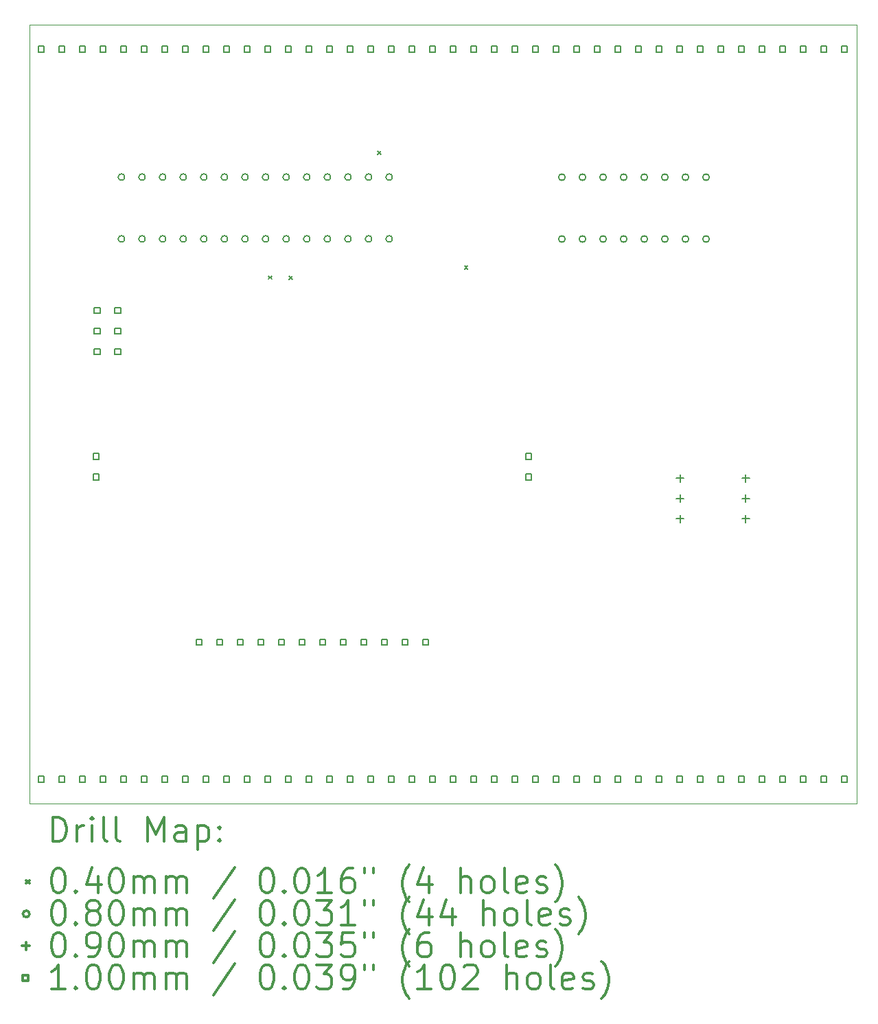
<source format=gbr>
%FSLAX45Y45*%
G04 Gerber Fmt 4.5, Leading zero omitted, Abs format (unit mm)*
G04 Created by KiCad (PCBNEW (5.1.9)-1) date 2022-01-17 22:51:23*
%MOMM*%
%LPD*%
G01*
G04 APERTURE LIST*
%TA.AperFunction,Profile*%
%ADD10C,0.100000*%
%TD*%
%ADD11C,0.200000*%
%ADD12C,0.300000*%
G04 APERTURE END LIST*
D10*
X8500000Y-13900000D02*
X8500000Y-4300000D01*
X18700000Y-13900000D02*
X8500000Y-13900000D01*
X18700000Y-4300000D02*
X18700000Y-13900000D01*
X8500000Y-4300000D02*
X18700000Y-4300000D01*
D11*
X11443750Y-7396250D02*
X11483750Y-7436250D01*
X11483750Y-7396250D02*
X11443750Y-7436250D01*
X11700750Y-7399250D02*
X11740750Y-7439250D01*
X11740750Y-7399250D02*
X11700750Y-7439250D01*
X12790000Y-5860000D02*
X12830000Y-5900000D01*
X12830000Y-5860000D02*
X12790000Y-5900000D01*
X13860000Y-7270000D02*
X13900000Y-7310000D01*
X13900000Y-7270000D02*
X13860000Y-7310000D01*
X9670000Y-6178000D02*
G75*
G03*
X9670000Y-6178000I-40000J0D01*
G01*
X9670000Y-6940000D02*
G75*
G03*
X9670000Y-6940000I-40000J0D01*
G01*
X9924000Y-6178000D02*
G75*
G03*
X9924000Y-6178000I-40000J0D01*
G01*
X9924000Y-6940000D02*
G75*
G03*
X9924000Y-6940000I-40000J0D01*
G01*
X10178000Y-6178000D02*
G75*
G03*
X10178000Y-6178000I-40000J0D01*
G01*
X10178000Y-6940000D02*
G75*
G03*
X10178000Y-6940000I-40000J0D01*
G01*
X10432000Y-6178000D02*
G75*
G03*
X10432000Y-6178000I-40000J0D01*
G01*
X10432000Y-6940000D02*
G75*
G03*
X10432000Y-6940000I-40000J0D01*
G01*
X10686000Y-6178000D02*
G75*
G03*
X10686000Y-6178000I-40000J0D01*
G01*
X10686000Y-6940000D02*
G75*
G03*
X10686000Y-6940000I-40000J0D01*
G01*
X10940000Y-6178000D02*
G75*
G03*
X10940000Y-6178000I-40000J0D01*
G01*
X10940000Y-6940000D02*
G75*
G03*
X10940000Y-6940000I-40000J0D01*
G01*
X11194000Y-6178000D02*
G75*
G03*
X11194000Y-6178000I-40000J0D01*
G01*
X11194000Y-6940000D02*
G75*
G03*
X11194000Y-6940000I-40000J0D01*
G01*
X11448000Y-6178000D02*
G75*
G03*
X11448000Y-6178000I-40000J0D01*
G01*
X11448000Y-6940000D02*
G75*
G03*
X11448000Y-6940000I-40000J0D01*
G01*
X11702000Y-6178000D02*
G75*
G03*
X11702000Y-6178000I-40000J0D01*
G01*
X11702000Y-6940000D02*
G75*
G03*
X11702000Y-6940000I-40000J0D01*
G01*
X11956000Y-6178000D02*
G75*
G03*
X11956000Y-6178000I-40000J0D01*
G01*
X11956000Y-6940000D02*
G75*
G03*
X11956000Y-6940000I-40000J0D01*
G01*
X12210000Y-6178000D02*
G75*
G03*
X12210000Y-6178000I-40000J0D01*
G01*
X12210000Y-6940000D02*
G75*
G03*
X12210000Y-6940000I-40000J0D01*
G01*
X12464000Y-6178000D02*
G75*
G03*
X12464000Y-6178000I-40000J0D01*
G01*
X12464000Y-6940000D02*
G75*
G03*
X12464000Y-6940000I-40000J0D01*
G01*
X12718000Y-6178000D02*
G75*
G03*
X12718000Y-6178000I-40000J0D01*
G01*
X12718000Y-6940000D02*
G75*
G03*
X12718000Y-6940000I-40000J0D01*
G01*
X12972000Y-6178000D02*
G75*
G03*
X12972000Y-6178000I-40000J0D01*
G01*
X12972000Y-6940000D02*
G75*
G03*
X12972000Y-6940000I-40000J0D01*
G01*
X15102000Y-6180000D02*
G75*
G03*
X15102000Y-6180000I-40000J0D01*
G01*
X15102000Y-6942000D02*
G75*
G03*
X15102000Y-6942000I-40000J0D01*
G01*
X15356000Y-6180000D02*
G75*
G03*
X15356000Y-6180000I-40000J0D01*
G01*
X15356000Y-6942000D02*
G75*
G03*
X15356000Y-6942000I-40000J0D01*
G01*
X15610000Y-6180000D02*
G75*
G03*
X15610000Y-6180000I-40000J0D01*
G01*
X15610000Y-6942000D02*
G75*
G03*
X15610000Y-6942000I-40000J0D01*
G01*
X15864000Y-6180000D02*
G75*
G03*
X15864000Y-6180000I-40000J0D01*
G01*
X15864000Y-6942000D02*
G75*
G03*
X15864000Y-6942000I-40000J0D01*
G01*
X16118000Y-6180000D02*
G75*
G03*
X16118000Y-6180000I-40000J0D01*
G01*
X16118000Y-6942000D02*
G75*
G03*
X16118000Y-6942000I-40000J0D01*
G01*
X16372000Y-6180000D02*
G75*
G03*
X16372000Y-6180000I-40000J0D01*
G01*
X16372000Y-6942000D02*
G75*
G03*
X16372000Y-6942000I-40000J0D01*
G01*
X16626000Y-6180000D02*
G75*
G03*
X16626000Y-6180000I-40000J0D01*
G01*
X16626000Y-6942000D02*
G75*
G03*
X16626000Y-6942000I-40000J0D01*
G01*
X16880000Y-6180000D02*
G75*
G03*
X16880000Y-6180000I-40000J0D01*
G01*
X16880000Y-6942000D02*
G75*
G03*
X16880000Y-6942000I-40000J0D01*
G01*
X16520000Y-9845000D02*
X16520000Y-9935000D01*
X16475000Y-9890000D02*
X16565000Y-9890000D01*
X16520000Y-10095000D02*
X16520000Y-10185000D01*
X16475000Y-10140000D02*
X16565000Y-10140000D01*
X16520000Y-10345000D02*
X16520000Y-10435000D01*
X16475000Y-10390000D02*
X16565000Y-10390000D01*
X17330000Y-9845000D02*
X17330000Y-9935000D01*
X17285000Y-9890000D02*
X17375000Y-9890000D01*
X17330000Y-10095000D02*
X17330000Y-10185000D01*
X17285000Y-10140000D02*
X17375000Y-10140000D01*
X17330000Y-10345000D02*
X17330000Y-10435000D01*
X17285000Y-10390000D02*
X17375000Y-10390000D01*
X8675356Y-4635356D02*
X8675356Y-4564644D01*
X8604644Y-4564644D01*
X8604644Y-4635356D01*
X8675356Y-4635356D01*
X8675356Y-13635356D02*
X8675356Y-13564644D01*
X8604644Y-13564644D01*
X8604644Y-13635356D01*
X8675356Y-13635356D01*
X8929356Y-4635356D02*
X8929356Y-4564644D01*
X8858644Y-4564644D01*
X8858644Y-4635356D01*
X8929356Y-4635356D01*
X8929356Y-13635356D02*
X8929356Y-13564644D01*
X8858644Y-13564644D01*
X8858644Y-13635356D01*
X8929356Y-13635356D01*
X9183356Y-4635356D02*
X9183356Y-4564644D01*
X9112644Y-4564644D01*
X9112644Y-4635356D01*
X9183356Y-4635356D01*
X9183356Y-13635356D02*
X9183356Y-13564644D01*
X9112644Y-13564644D01*
X9112644Y-13635356D01*
X9183356Y-13635356D01*
X9355356Y-9655356D02*
X9355356Y-9584644D01*
X9284644Y-9584644D01*
X9284644Y-9655356D01*
X9355356Y-9655356D01*
X9355356Y-9909356D02*
X9355356Y-9838644D01*
X9284644Y-9838644D01*
X9284644Y-9909356D01*
X9355356Y-9909356D01*
X9365356Y-7855356D02*
X9365356Y-7784644D01*
X9294644Y-7784644D01*
X9294644Y-7855356D01*
X9365356Y-7855356D01*
X9365356Y-8109356D02*
X9365356Y-8038644D01*
X9294644Y-8038644D01*
X9294644Y-8109356D01*
X9365356Y-8109356D01*
X9365356Y-8363356D02*
X9365356Y-8292644D01*
X9294644Y-8292644D01*
X9294644Y-8363356D01*
X9365356Y-8363356D01*
X9437356Y-4635356D02*
X9437356Y-4564644D01*
X9366644Y-4564644D01*
X9366644Y-4635356D01*
X9437356Y-4635356D01*
X9437356Y-13635356D02*
X9437356Y-13564644D01*
X9366644Y-13564644D01*
X9366644Y-13635356D01*
X9437356Y-13635356D01*
X9619356Y-7855356D02*
X9619356Y-7784644D01*
X9548644Y-7784644D01*
X9548644Y-7855356D01*
X9619356Y-7855356D01*
X9619356Y-8109356D02*
X9619356Y-8038644D01*
X9548644Y-8038644D01*
X9548644Y-8109356D01*
X9619356Y-8109356D01*
X9619356Y-8363356D02*
X9619356Y-8292644D01*
X9548644Y-8292644D01*
X9548644Y-8363356D01*
X9619356Y-8363356D01*
X9691356Y-4635356D02*
X9691356Y-4564644D01*
X9620644Y-4564644D01*
X9620644Y-4635356D01*
X9691356Y-4635356D01*
X9691356Y-13635356D02*
X9691356Y-13564644D01*
X9620644Y-13564644D01*
X9620644Y-13635356D01*
X9691356Y-13635356D01*
X9945356Y-4635356D02*
X9945356Y-4564644D01*
X9874644Y-4564644D01*
X9874644Y-4635356D01*
X9945356Y-4635356D01*
X9945356Y-13635356D02*
X9945356Y-13564644D01*
X9874644Y-13564644D01*
X9874644Y-13635356D01*
X9945356Y-13635356D01*
X10199356Y-4635356D02*
X10199356Y-4564644D01*
X10128644Y-4564644D01*
X10128644Y-4635356D01*
X10199356Y-4635356D01*
X10199356Y-13635356D02*
X10199356Y-13564644D01*
X10128644Y-13564644D01*
X10128644Y-13635356D01*
X10199356Y-13635356D01*
X10453356Y-4635356D02*
X10453356Y-4564644D01*
X10382644Y-4564644D01*
X10382644Y-4635356D01*
X10453356Y-4635356D01*
X10453356Y-13635356D02*
X10453356Y-13564644D01*
X10382644Y-13564644D01*
X10382644Y-13635356D01*
X10453356Y-13635356D01*
X10621356Y-11945356D02*
X10621356Y-11874644D01*
X10550644Y-11874644D01*
X10550644Y-11945356D01*
X10621356Y-11945356D01*
X10707356Y-4635356D02*
X10707356Y-4564644D01*
X10636644Y-4564644D01*
X10636644Y-4635356D01*
X10707356Y-4635356D01*
X10707356Y-13635356D02*
X10707356Y-13564644D01*
X10636644Y-13564644D01*
X10636644Y-13635356D01*
X10707356Y-13635356D01*
X10875356Y-11945356D02*
X10875356Y-11874644D01*
X10804644Y-11874644D01*
X10804644Y-11945356D01*
X10875356Y-11945356D01*
X10961356Y-4635356D02*
X10961356Y-4564644D01*
X10890644Y-4564644D01*
X10890644Y-4635356D01*
X10961356Y-4635356D01*
X10961356Y-13635356D02*
X10961356Y-13564644D01*
X10890644Y-13564644D01*
X10890644Y-13635356D01*
X10961356Y-13635356D01*
X11129356Y-11945356D02*
X11129356Y-11874644D01*
X11058644Y-11874644D01*
X11058644Y-11945356D01*
X11129356Y-11945356D01*
X11215356Y-4635356D02*
X11215356Y-4564644D01*
X11144644Y-4564644D01*
X11144644Y-4635356D01*
X11215356Y-4635356D01*
X11215356Y-13635356D02*
X11215356Y-13564644D01*
X11144644Y-13564644D01*
X11144644Y-13635356D01*
X11215356Y-13635356D01*
X11383356Y-11945356D02*
X11383356Y-11874644D01*
X11312644Y-11874644D01*
X11312644Y-11945356D01*
X11383356Y-11945356D01*
X11469356Y-4635356D02*
X11469356Y-4564644D01*
X11398644Y-4564644D01*
X11398644Y-4635356D01*
X11469356Y-4635356D01*
X11469356Y-13635356D02*
X11469356Y-13564644D01*
X11398644Y-13564644D01*
X11398644Y-13635356D01*
X11469356Y-13635356D01*
X11637356Y-11945356D02*
X11637356Y-11874644D01*
X11566644Y-11874644D01*
X11566644Y-11945356D01*
X11637356Y-11945356D01*
X11723356Y-4635356D02*
X11723356Y-4564644D01*
X11652644Y-4564644D01*
X11652644Y-4635356D01*
X11723356Y-4635356D01*
X11723356Y-13635356D02*
X11723356Y-13564644D01*
X11652644Y-13564644D01*
X11652644Y-13635356D01*
X11723356Y-13635356D01*
X11891356Y-11945356D02*
X11891356Y-11874644D01*
X11820644Y-11874644D01*
X11820644Y-11945356D01*
X11891356Y-11945356D01*
X11977356Y-4635356D02*
X11977356Y-4564644D01*
X11906644Y-4564644D01*
X11906644Y-4635356D01*
X11977356Y-4635356D01*
X11977356Y-13635356D02*
X11977356Y-13564644D01*
X11906644Y-13564644D01*
X11906644Y-13635356D01*
X11977356Y-13635356D01*
X12145356Y-11945356D02*
X12145356Y-11874644D01*
X12074644Y-11874644D01*
X12074644Y-11945356D01*
X12145356Y-11945356D01*
X12231356Y-4635356D02*
X12231356Y-4564644D01*
X12160644Y-4564644D01*
X12160644Y-4635356D01*
X12231356Y-4635356D01*
X12231356Y-13635356D02*
X12231356Y-13564644D01*
X12160644Y-13564644D01*
X12160644Y-13635356D01*
X12231356Y-13635356D01*
X12399356Y-11945356D02*
X12399356Y-11874644D01*
X12328644Y-11874644D01*
X12328644Y-11945356D01*
X12399356Y-11945356D01*
X12485356Y-4635356D02*
X12485356Y-4564644D01*
X12414644Y-4564644D01*
X12414644Y-4635356D01*
X12485356Y-4635356D01*
X12485356Y-13635356D02*
X12485356Y-13564644D01*
X12414644Y-13564644D01*
X12414644Y-13635356D01*
X12485356Y-13635356D01*
X12653356Y-11945356D02*
X12653356Y-11874644D01*
X12582644Y-11874644D01*
X12582644Y-11945356D01*
X12653356Y-11945356D01*
X12739356Y-4635356D02*
X12739356Y-4564644D01*
X12668644Y-4564644D01*
X12668644Y-4635356D01*
X12739356Y-4635356D01*
X12739356Y-13635356D02*
X12739356Y-13564644D01*
X12668644Y-13564644D01*
X12668644Y-13635356D01*
X12739356Y-13635356D01*
X12907356Y-11945356D02*
X12907356Y-11874644D01*
X12836644Y-11874644D01*
X12836644Y-11945356D01*
X12907356Y-11945356D01*
X12993356Y-4635356D02*
X12993356Y-4564644D01*
X12922644Y-4564644D01*
X12922644Y-4635356D01*
X12993356Y-4635356D01*
X12993356Y-13635356D02*
X12993356Y-13564644D01*
X12922644Y-13564644D01*
X12922644Y-13635356D01*
X12993356Y-13635356D01*
X13161356Y-11945356D02*
X13161356Y-11874644D01*
X13090644Y-11874644D01*
X13090644Y-11945356D01*
X13161356Y-11945356D01*
X13247356Y-4635356D02*
X13247356Y-4564644D01*
X13176644Y-4564644D01*
X13176644Y-4635356D01*
X13247356Y-4635356D01*
X13247356Y-13635356D02*
X13247356Y-13564644D01*
X13176644Y-13564644D01*
X13176644Y-13635356D01*
X13247356Y-13635356D01*
X13415356Y-11945356D02*
X13415356Y-11874644D01*
X13344644Y-11874644D01*
X13344644Y-11945356D01*
X13415356Y-11945356D01*
X13501356Y-4635356D02*
X13501356Y-4564644D01*
X13430644Y-4564644D01*
X13430644Y-4635356D01*
X13501356Y-4635356D01*
X13501356Y-13635356D02*
X13501356Y-13564644D01*
X13430644Y-13564644D01*
X13430644Y-13635356D01*
X13501356Y-13635356D01*
X13755356Y-4635356D02*
X13755356Y-4564644D01*
X13684644Y-4564644D01*
X13684644Y-4635356D01*
X13755356Y-4635356D01*
X13755356Y-13635356D02*
X13755356Y-13564644D01*
X13684644Y-13564644D01*
X13684644Y-13635356D01*
X13755356Y-13635356D01*
X14009356Y-4635356D02*
X14009356Y-4564644D01*
X13938644Y-4564644D01*
X13938644Y-4635356D01*
X14009356Y-4635356D01*
X14009356Y-13635356D02*
X14009356Y-13564644D01*
X13938644Y-13564644D01*
X13938644Y-13635356D01*
X14009356Y-13635356D01*
X14263356Y-4635356D02*
X14263356Y-4564644D01*
X14192644Y-4564644D01*
X14192644Y-4635356D01*
X14263356Y-4635356D01*
X14263356Y-13635356D02*
X14263356Y-13564644D01*
X14192644Y-13564644D01*
X14192644Y-13635356D01*
X14263356Y-13635356D01*
X14517356Y-4635356D02*
X14517356Y-4564644D01*
X14446644Y-4564644D01*
X14446644Y-4635356D01*
X14517356Y-4635356D01*
X14517356Y-13635356D02*
X14517356Y-13564644D01*
X14446644Y-13564644D01*
X14446644Y-13635356D01*
X14517356Y-13635356D01*
X14685356Y-9655356D02*
X14685356Y-9584644D01*
X14614644Y-9584644D01*
X14614644Y-9655356D01*
X14685356Y-9655356D01*
X14685356Y-9909356D02*
X14685356Y-9838644D01*
X14614644Y-9838644D01*
X14614644Y-9909356D01*
X14685356Y-9909356D01*
X14771356Y-4635356D02*
X14771356Y-4564644D01*
X14700644Y-4564644D01*
X14700644Y-4635356D01*
X14771356Y-4635356D01*
X14771356Y-13635356D02*
X14771356Y-13564644D01*
X14700644Y-13564644D01*
X14700644Y-13635356D01*
X14771356Y-13635356D01*
X15025356Y-4635356D02*
X15025356Y-4564644D01*
X14954644Y-4564644D01*
X14954644Y-4635356D01*
X15025356Y-4635356D01*
X15025356Y-13635356D02*
X15025356Y-13564644D01*
X14954644Y-13564644D01*
X14954644Y-13635356D01*
X15025356Y-13635356D01*
X15279356Y-4635356D02*
X15279356Y-4564644D01*
X15208644Y-4564644D01*
X15208644Y-4635356D01*
X15279356Y-4635356D01*
X15279356Y-13635356D02*
X15279356Y-13564644D01*
X15208644Y-13564644D01*
X15208644Y-13635356D01*
X15279356Y-13635356D01*
X15533356Y-4635356D02*
X15533356Y-4564644D01*
X15462644Y-4564644D01*
X15462644Y-4635356D01*
X15533356Y-4635356D01*
X15533356Y-13635356D02*
X15533356Y-13564644D01*
X15462644Y-13564644D01*
X15462644Y-13635356D01*
X15533356Y-13635356D01*
X15787356Y-4635356D02*
X15787356Y-4564644D01*
X15716644Y-4564644D01*
X15716644Y-4635356D01*
X15787356Y-4635356D01*
X15787356Y-13635356D02*
X15787356Y-13564644D01*
X15716644Y-13564644D01*
X15716644Y-13635356D01*
X15787356Y-13635356D01*
X16041356Y-4635356D02*
X16041356Y-4564644D01*
X15970644Y-4564644D01*
X15970644Y-4635356D01*
X16041356Y-4635356D01*
X16041356Y-13635356D02*
X16041356Y-13564644D01*
X15970644Y-13564644D01*
X15970644Y-13635356D01*
X16041356Y-13635356D01*
X16295356Y-4635356D02*
X16295356Y-4564644D01*
X16224644Y-4564644D01*
X16224644Y-4635356D01*
X16295356Y-4635356D01*
X16295356Y-13635356D02*
X16295356Y-13564644D01*
X16224644Y-13564644D01*
X16224644Y-13635356D01*
X16295356Y-13635356D01*
X16549356Y-4635356D02*
X16549356Y-4564644D01*
X16478644Y-4564644D01*
X16478644Y-4635356D01*
X16549356Y-4635356D01*
X16549356Y-13635356D02*
X16549356Y-13564644D01*
X16478644Y-13564644D01*
X16478644Y-13635356D01*
X16549356Y-13635356D01*
X16803356Y-4635356D02*
X16803356Y-4564644D01*
X16732644Y-4564644D01*
X16732644Y-4635356D01*
X16803356Y-4635356D01*
X16803356Y-13635356D02*
X16803356Y-13564644D01*
X16732644Y-13564644D01*
X16732644Y-13635356D01*
X16803356Y-13635356D01*
X17057356Y-4635356D02*
X17057356Y-4564644D01*
X16986644Y-4564644D01*
X16986644Y-4635356D01*
X17057356Y-4635356D01*
X17057356Y-13635356D02*
X17057356Y-13564644D01*
X16986644Y-13564644D01*
X16986644Y-13635356D01*
X17057356Y-13635356D01*
X17311356Y-4635356D02*
X17311356Y-4564644D01*
X17240644Y-4564644D01*
X17240644Y-4635356D01*
X17311356Y-4635356D01*
X17311356Y-13635356D02*
X17311356Y-13564644D01*
X17240644Y-13564644D01*
X17240644Y-13635356D01*
X17311356Y-13635356D01*
X17565356Y-4635356D02*
X17565356Y-4564644D01*
X17494644Y-4564644D01*
X17494644Y-4635356D01*
X17565356Y-4635356D01*
X17565356Y-13635356D02*
X17565356Y-13564644D01*
X17494644Y-13564644D01*
X17494644Y-13635356D01*
X17565356Y-13635356D01*
X17819356Y-4635356D02*
X17819356Y-4564644D01*
X17748644Y-4564644D01*
X17748644Y-4635356D01*
X17819356Y-4635356D01*
X17819356Y-13635356D02*
X17819356Y-13564644D01*
X17748644Y-13564644D01*
X17748644Y-13635356D01*
X17819356Y-13635356D01*
X18073356Y-4635356D02*
X18073356Y-4564644D01*
X18002644Y-4564644D01*
X18002644Y-4635356D01*
X18073356Y-4635356D01*
X18073356Y-13635356D02*
X18073356Y-13564644D01*
X18002644Y-13564644D01*
X18002644Y-13635356D01*
X18073356Y-13635356D01*
X18327356Y-4635356D02*
X18327356Y-4564644D01*
X18256644Y-4564644D01*
X18256644Y-4635356D01*
X18327356Y-4635356D01*
X18327356Y-13635356D02*
X18327356Y-13564644D01*
X18256644Y-13564644D01*
X18256644Y-13635356D01*
X18327356Y-13635356D01*
X18581356Y-4635356D02*
X18581356Y-4564644D01*
X18510644Y-4564644D01*
X18510644Y-4635356D01*
X18581356Y-4635356D01*
X18581356Y-13635356D02*
X18581356Y-13564644D01*
X18510644Y-13564644D01*
X18510644Y-13635356D01*
X18581356Y-13635356D01*
D12*
X8781428Y-14370714D02*
X8781428Y-14070714D01*
X8852857Y-14070714D01*
X8895714Y-14085000D01*
X8924286Y-14113571D01*
X8938571Y-14142143D01*
X8952857Y-14199286D01*
X8952857Y-14242143D01*
X8938571Y-14299286D01*
X8924286Y-14327857D01*
X8895714Y-14356429D01*
X8852857Y-14370714D01*
X8781428Y-14370714D01*
X9081428Y-14370714D02*
X9081428Y-14170714D01*
X9081428Y-14227857D02*
X9095714Y-14199286D01*
X9110000Y-14185000D01*
X9138571Y-14170714D01*
X9167143Y-14170714D01*
X9267143Y-14370714D02*
X9267143Y-14170714D01*
X9267143Y-14070714D02*
X9252857Y-14085000D01*
X9267143Y-14099286D01*
X9281428Y-14085000D01*
X9267143Y-14070714D01*
X9267143Y-14099286D01*
X9452857Y-14370714D02*
X9424286Y-14356429D01*
X9410000Y-14327857D01*
X9410000Y-14070714D01*
X9610000Y-14370714D02*
X9581428Y-14356429D01*
X9567143Y-14327857D01*
X9567143Y-14070714D01*
X9952857Y-14370714D02*
X9952857Y-14070714D01*
X10052857Y-14285000D01*
X10152857Y-14070714D01*
X10152857Y-14370714D01*
X10424286Y-14370714D02*
X10424286Y-14213571D01*
X10410000Y-14185000D01*
X10381428Y-14170714D01*
X10324286Y-14170714D01*
X10295714Y-14185000D01*
X10424286Y-14356429D02*
X10395714Y-14370714D01*
X10324286Y-14370714D01*
X10295714Y-14356429D01*
X10281428Y-14327857D01*
X10281428Y-14299286D01*
X10295714Y-14270714D01*
X10324286Y-14256429D01*
X10395714Y-14256429D01*
X10424286Y-14242143D01*
X10567143Y-14170714D02*
X10567143Y-14470714D01*
X10567143Y-14185000D02*
X10595714Y-14170714D01*
X10652857Y-14170714D01*
X10681428Y-14185000D01*
X10695714Y-14199286D01*
X10710000Y-14227857D01*
X10710000Y-14313571D01*
X10695714Y-14342143D01*
X10681428Y-14356429D01*
X10652857Y-14370714D01*
X10595714Y-14370714D01*
X10567143Y-14356429D01*
X10838571Y-14342143D02*
X10852857Y-14356429D01*
X10838571Y-14370714D01*
X10824286Y-14356429D01*
X10838571Y-14342143D01*
X10838571Y-14370714D01*
X10838571Y-14185000D02*
X10852857Y-14199286D01*
X10838571Y-14213571D01*
X10824286Y-14199286D01*
X10838571Y-14185000D01*
X10838571Y-14213571D01*
X8455000Y-14845000D02*
X8495000Y-14885000D01*
X8495000Y-14845000D02*
X8455000Y-14885000D01*
X8838571Y-14700714D02*
X8867143Y-14700714D01*
X8895714Y-14715000D01*
X8910000Y-14729286D01*
X8924286Y-14757857D01*
X8938571Y-14815000D01*
X8938571Y-14886429D01*
X8924286Y-14943571D01*
X8910000Y-14972143D01*
X8895714Y-14986429D01*
X8867143Y-15000714D01*
X8838571Y-15000714D01*
X8810000Y-14986429D01*
X8795714Y-14972143D01*
X8781428Y-14943571D01*
X8767143Y-14886429D01*
X8767143Y-14815000D01*
X8781428Y-14757857D01*
X8795714Y-14729286D01*
X8810000Y-14715000D01*
X8838571Y-14700714D01*
X9067143Y-14972143D02*
X9081428Y-14986429D01*
X9067143Y-15000714D01*
X9052857Y-14986429D01*
X9067143Y-14972143D01*
X9067143Y-15000714D01*
X9338571Y-14800714D02*
X9338571Y-15000714D01*
X9267143Y-14686429D02*
X9195714Y-14900714D01*
X9381428Y-14900714D01*
X9552857Y-14700714D02*
X9581428Y-14700714D01*
X9610000Y-14715000D01*
X9624286Y-14729286D01*
X9638571Y-14757857D01*
X9652857Y-14815000D01*
X9652857Y-14886429D01*
X9638571Y-14943571D01*
X9624286Y-14972143D01*
X9610000Y-14986429D01*
X9581428Y-15000714D01*
X9552857Y-15000714D01*
X9524286Y-14986429D01*
X9510000Y-14972143D01*
X9495714Y-14943571D01*
X9481428Y-14886429D01*
X9481428Y-14815000D01*
X9495714Y-14757857D01*
X9510000Y-14729286D01*
X9524286Y-14715000D01*
X9552857Y-14700714D01*
X9781428Y-15000714D02*
X9781428Y-14800714D01*
X9781428Y-14829286D02*
X9795714Y-14815000D01*
X9824286Y-14800714D01*
X9867143Y-14800714D01*
X9895714Y-14815000D01*
X9910000Y-14843571D01*
X9910000Y-15000714D01*
X9910000Y-14843571D02*
X9924286Y-14815000D01*
X9952857Y-14800714D01*
X9995714Y-14800714D01*
X10024286Y-14815000D01*
X10038571Y-14843571D01*
X10038571Y-15000714D01*
X10181428Y-15000714D02*
X10181428Y-14800714D01*
X10181428Y-14829286D02*
X10195714Y-14815000D01*
X10224286Y-14800714D01*
X10267143Y-14800714D01*
X10295714Y-14815000D01*
X10310000Y-14843571D01*
X10310000Y-15000714D01*
X10310000Y-14843571D02*
X10324286Y-14815000D01*
X10352857Y-14800714D01*
X10395714Y-14800714D01*
X10424286Y-14815000D01*
X10438571Y-14843571D01*
X10438571Y-15000714D01*
X11024286Y-14686429D02*
X10767143Y-15072143D01*
X11410000Y-14700714D02*
X11438571Y-14700714D01*
X11467143Y-14715000D01*
X11481428Y-14729286D01*
X11495714Y-14757857D01*
X11510000Y-14815000D01*
X11510000Y-14886429D01*
X11495714Y-14943571D01*
X11481428Y-14972143D01*
X11467143Y-14986429D01*
X11438571Y-15000714D01*
X11410000Y-15000714D01*
X11381428Y-14986429D01*
X11367143Y-14972143D01*
X11352857Y-14943571D01*
X11338571Y-14886429D01*
X11338571Y-14815000D01*
X11352857Y-14757857D01*
X11367143Y-14729286D01*
X11381428Y-14715000D01*
X11410000Y-14700714D01*
X11638571Y-14972143D02*
X11652857Y-14986429D01*
X11638571Y-15000714D01*
X11624286Y-14986429D01*
X11638571Y-14972143D01*
X11638571Y-15000714D01*
X11838571Y-14700714D02*
X11867143Y-14700714D01*
X11895714Y-14715000D01*
X11910000Y-14729286D01*
X11924286Y-14757857D01*
X11938571Y-14815000D01*
X11938571Y-14886429D01*
X11924286Y-14943571D01*
X11910000Y-14972143D01*
X11895714Y-14986429D01*
X11867143Y-15000714D01*
X11838571Y-15000714D01*
X11810000Y-14986429D01*
X11795714Y-14972143D01*
X11781428Y-14943571D01*
X11767143Y-14886429D01*
X11767143Y-14815000D01*
X11781428Y-14757857D01*
X11795714Y-14729286D01*
X11810000Y-14715000D01*
X11838571Y-14700714D01*
X12224286Y-15000714D02*
X12052857Y-15000714D01*
X12138571Y-15000714D02*
X12138571Y-14700714D01*
X12110000Y-14743571D01*
X12081428Y-14772143D01*
X12052857Y-14786429D01*
X12481428Y-14700714D02*
X12424286Y-14700714D01*
X12395714Y-14715000D01*
X12381428Y-14729286D01*
X12352857Y-14772143D01*
X12338571Y-14829286D01*
X12338571Y-14943571D01*
X12352857Y-14972143D01*
X12367143Y-14986429D01*
X12395714Y-15000714D01*
X12452857Y-15000714D01*
X12481428Y-14986429D01*
X12495714Y-14972143D01*
X12510000Y-14943571D01*
X12510000Y-14872143D01*
X12495714Y-14843571D01*
X12481428Y-14829286D01*
X12452857Y-14815000D01*
X12395714Y-14815000D01*
X12367143Y-14829286D01*
X12352857Y-14843571D01*
X12338571Y-14872143D01*
X12624286Y-14700714D02*
X12624286Y-14757857D01*
X12738571Y-14700714D02*
X12738571Y-14757857D01*
X13181428Y-15115000D02*
X13167143Y-15100714D01*
X13138571Y-15057857D01*
X13124286Y-15029286D01*
X13110000Y-14986429D01*
X13095714Y-14915000D01*
X13095714Y-14857857D01*
X13110000Y-14786429D01*
X13124286Y-14743571D01*
X13138571Y-14715000D01*
X13167143Y-14672143D01*
X13181428Y-14657857D01*
X13424286Y-14800714D02*
X13424286Y-15000714D01*
X13352857Y-14686429D02*
X13281428Y-14900714D01*
X13467143Y-14900714D01*
X13810000Y-15000714D02*
X13810000Y-14700714D01*
X13938571Y-15000714D02*
X13938571Y-14843571D01*
X13924286Y-14815000D01*
X13895714Y-14800714D01*
X13852857Y-14800714D01*
X13824286Y-14815000D01*
X13810000Y-14829286D01*
X14124286Y-15000714D02*
X14095714Y-14986429D01*
X14081428Y-14972143D01*
X14067143Y-14943571D01*
X14067143Y-14857857D01*
X14081428Y-14829286D01*
X14095714Y-14815000D01*
X14124286Y-14800714D01*
X14167143Y-14800714D01*
X14195714Y-14815000D01*
X14210000Y-14829286D01*
X14224286Y-14857857D01*
X14224286Y-14943571D01*
X14210000Y-14972143D01*
X14195714Y-14986429D01*
X14167143Y-15000714D01*
X14124286Y-15000714D01*
X14395714Y-15000714D02*
X14367143Y-14986429D01*
X14352857Y-14957857D01*
X14352857Y-14700714D01*
X14624286Y-14986429D02*
X14595714Y-15000714D01*
X14538571Y-15000714D01*
X14510000Y-14986429D01*
X14495714Y-14957857D01*
X14495714Y-14843571D01*
X14510000Y-14815000D01*
X14538571Y-14800714D01*
X14595714Y-14800714D01*
X14624286Y-14815000D01*
X14638571Y-14843571D01*
X14638571Y-14872143D01*
X14495714Y-14900714D01*
X14752857Y-14986429D02*
X14781428Y-15000714D01*
X14838571Y-15000714D01*
X14867143Y-14986429D01*
X14881428Y-14957857D01*
X14881428Y-14943571D01*
X14867143Y-14915000D01*
X14838571Y-14900714D01*
X14795714Y-14900714D01*
X14767143Y-14886429D01*
X14752857Y-14857857D01*
X14752857Y-14843571D01*
X14767143Y-14815000D01*
X14795714Y-14800714D01*
X14838571Y-14800714D01*
X14867143Y-14815000D01*
X14981428Y-15115000D02*
X14995714Y-15100714D01*
X15024286Y-15057857D01*
X15038571Y-15029286D01*
X15052857Y-14986429D01*
X15067143Y-14915000D01*
X15067143Y-14857857D01*
X15052857Y-14786429D01*
X15038571Y-14743571D01*
X15024286Y-14715000D01*
X14995714Y-14672143D01*
X14981428Y-14657857D01*
X8495000Y-15261000D02*
G75*
G03*
X8495000Y-15261000I-40000J0D01*
G01*
X8838571Y-15096714D02*
X8867143Y-15096714D01*
X8895714Y-15111000D01*
X8910000Y-15125286D01*
X8924286Y-15153857D01*
X8938571Y-15211000D01*
X8938571Y-15282429D01*
X8924286Y-15339571D01*
X8910000Y-15368143D01*
X8895714Y-15382429D01*
X8867143Y-15396714D01*
X8838571Y-15396714D01*
X8810000Y-15382429D01*
X8795714Y-15368143D01*
X8781428Y-15339571D01*
X8767143Y-15282429D01*
X8767143Y-15211000D01*
X8781428Y-15153857D01*
X8795714Y-15125286D01*
X8810000Y-15111000D01*
X8838571Y-15096714D01*
X9067143Y-15368143D02*
X9081428Y-15382429D01*
X9067143Y-15396714D01*
X9052857Y-15382429D01*
X9067143Y-15368143D01*
X9067143Y-15396714D01*
X9252857Y-15225286D02*
X9224286Y-15211000D01*
X9210000Y-15196714D01*
X9195714Y-15168143D01*
X9195714Y-15153857D01*
X9210000Y-15125286D01*
X9224286Y-15111000D01*
X9252857Y-15096714D01*
X9310000Y-15096714D01*
X9338571Y-15111000D01*
X9352857Y-15125286D01*
X9367143Y-15153857D01*
X9367143Y-15168143D01*
X9352857Y-15196714D01*
X9338571Y-15211000D01*
X9310000Y-15225286D01*
X9252857Y-15225286D01*
X9224286Y-15239571D01*
X9210000Y-15253857D01*
X9195714Y-15282429D01*
X9195714Y-15339571D01*
X9210000Y-15368143D01*
X9224286Y-15382429D01*
X9252857Y-15396714D01*
X9310000Y-15396714D01*
X9338571Y-15382429D01*
X9352857Y-15368143D01*
X9367143Y-15339571D01*
X9367143Y-15282429D01*
X9352857Y-15253857D01*
X9338571Y-15239571D01*
X9310000Y-15225286D01*
X9552857Y-15096714D02*
X9581428Y-15096714D01*
X9610000Y-15111000D01*
X9624286Y-15125286D01*
X9638571Y-15153857D01*
X9652857Y-15211000D01*
X9652857Y-15282429D01*
X9638571Y-15339571D01*
X9624286Y-15368143D01*
X9610000Y-15382429D01*
X9581428Y-15396714D01*
X9552857Y-15396714D01*
X9524286Y-15382429D01*
X9510000Y-15368143D01*
X9495714Y-15339571D01*
X9481428Y-15282429D01*
X9481428Y-15211000D01*
X9495714Y-15153857D01*
X9510000Y-15125286D01*
X9524286Y-15111000D01*
X9552857Y-15096714D01*
X9781428Y-15396714D02*
X9781428Y-15196714D01*
X9781428Y-15225286D02*
X9795714Y-15211000D01*
X9824286Y-15196714D01*
X9867143Y-15196714D01*
X9895714Y-15211000D01*
X9910000Y-15239571D01*
X9910000Y-15396714D01*
X9910000Y-15239571D02*
X9924286Y-15211000D01*
X9952857Y-15196714D01*
X9995714Y-15196714D01*
X10024286Y-15211000D01*
X10038571Y-15239571D01*
X10038571Y-15396714D01*
X10181428Y-15396714D02*
X10181428Y-15196714D01*
X10181428Y-15225286D02*
X10195714Y-15211000D01*
X10224286Y-15196714D01*
X10267143Y-15196714D01*
X10295714Y-15211000D01*
X10310000Y-15239571D01*
X10310000Y-15396714D01*
X10310000Y-15239571D02*
X10324286Y-15211000D01*
X10352857Y-15196714D01*
X10395714Y-15196714D01*
X10424286Y-15211000D01*
X10438571Y-15239571D01*
X10438571Y-15396714D01*
X11024286Y-15082429D02*
X10767143Y-15468143D01*
X11410000Y-15096714D02*
X11438571Y-15096714D01*
X11467143Y-15111000D01*
X11481428Y-15125286D01*
X11495714Y-15153857D01*
X11510000Y-15211000D01*
X11510000Y-15282429D01*
X11495714Y-15339571D01*
X11481428Y-15368143D01*
X11467143Y-15382429D01*
X11438571Y-15396714D01*
X11410000Y-15396714D01*
X11381428Y-15382429D01*
X11367143Y-15368143D01*
X11352857Y-15339571D01*
X11338571Y-15282429D01*
X11338571Y-15211000D01*
X11352857Y-15153857D01*
X11367143Y-15125286D01*
X11381428Y-15111000D01*
X11410000Y-15096714D01*
X11638571Y-15368143D02*
X11652857Y-15382429D01*
X11638571Y-15396714D01*
X11624286Y-15382429D01*
X11638571Y-15368143D01*
X11638571Y-15396714D01*
X11838571Y-15096714D02*
X11867143Y-15096714D01*
X11895714Y-15111000D01*
X11910000Y-15125286D01*
X11924286Y-15153857D01*
X11938571Y-15211000D01*
X11938571Y-15282429D01*
X11924286Y-15339571D01*
X11910000Y-15368143D01*
X11895714Y-15382429D01*
X11867143Y-15396714D01*
X11838571Y-15396714D01*
X11810000Y-15382429D01*
X11795714Y-15368143D01*
X11781428Y-15339571D01*
X11767143Y-15282429D01*
X11767143Y-15211000D01*
X11781428Y-15153857D01*
X11795714Y-15125286D01*
X11810000Y-15111000D01*
X11838571Y-15096714D01*
X12038571Y-15096714D02*
X12224286Y-15096714D01*
X12124286Y-15211000D01*
X12167143Y-15211000D01*
X12195714Y-15225286D01*
X12210000Y-15239571D01*
X12224286Y-15268143D01*
X12224286Y-15339571D01*
X12210000Y-15368143D01*
X12195714Y-15382429D01*
X12167143Y-15396714D01*
X12081428Y-15396714D01*
X12052857Y-15382429D01*
X12038571Y-15368143D01*
X12510000Y-15396714D02*
X12338571Y-15396714D01*
X12424286Y-15396714D02*
X12424286Y-15096714D01*
X12395714Y-15139571D01*
X12367143Y-15168143D01*
X12338571Y-15182429D01*
X12624286Y-15096714D02*
X12624286Y-15153857D01*
X12738571Y-15096714D02*
X12738571Y-15153857D01*
X13181428Y-15511000D02*
X13167143Y-15496714D01*
X13138571Y-15453857D01*
X13124286Y-15425286D01*
X13110000Y-15382429D01*
X13095714Y-15311000D01*
X13095714Y-15253857D01*
X13110000Y-15182429D01*
X13124286Y-15139571D01*
X13138571Y-15111000D01*
X13167143Y-15068143D01*
X13181428Y-15053857D01*
X13424286Y-15196714D02*
X13424286Y-15396714D01*
X13352857Y-15082429D02*
X13281428Y-15296714D01*
X13467143Y-15296714D01*
X13710000Y-15196714D02*
X13710000Y-15396714D01*
X13638571Y-15082429D02*
X13567143Y-15296714D01*
X13752857Y-15296714D01*
X14095714Y-15396714D02*
X14095714Y-15096714D01*
X14224286Y-15396714D02*
X14224286Y-15239571D01*
X14210000Y-15211000D01*
X14181428Y-15196714D01*
X14138571Y-15196714D01*
X14110000Y-15211000D01*
X14095714Y-15225286D01*
X14410000Y-15396714D02*
X14381428Y-15382429D01*
X14367143Y-15368143D01*
X14352857Y-15339571D01*
X14352857Y-15253857D01*
X14367143Y-15225286D01*
X14381428Y-15211000D01*
X14410000Y-15196714D01*
X14452857Y-15196714D01*
X14481428Y-15211000D01*
X14495714Y-15225286D01*
X14510000Y-15253857D01*
X14510000Y-15339571D01*
X14495714Y-15368143D01*
X14481428Y-15382429D01*
X14452857Y-15396714D01*
X14410000Y-15396714D01*
X14681428Y-15396714D02*
X14652857Y-15382429D01*
X14638571Y-15353857D01*
X14638571Y-15096714D01*
X14910000Y-15382429D02*
X14881428Y-15396714D01*
X14824286Y-15396714D01*
X14795714Y-15382429D01*
X14781428Y-15353857D01*
X14781428Y-15239571D01*
X14795714Y-15211000D01*
X14824286Y-15196714D01*
X14881428Y-15196714D01*
X14910000Y-15211000D01*
X14924286Y-15239571D01*
X14924286Y-15268143D01*
X14781428Y-15296714D01*
X15038571Y-15382429D02*
X15067143Y-15396714D01*
X15124286Y-15396714D01*
X15152857Y-15382429D01*
X15167143Y-15353857D01*
X15167143Y-15339571D01*
X15152857Y-15311000D01*
X15124286Y-15296714D01*
X15081428Y-15296714D01*
X15052857Y-15282429D01*
X15038571Y-15253857D01*
X15038571Y-15239571D01*
X15052857Y-15211000D01*
X15081428Y-15196714D01*
X15124286Y-15196714D01*
X15152857Y-15211000D01*
X15267143Y-15511000D02*
X15281428Y-15496714D01*
X15310000Y-15453857D01*
X15324286Y-15425286D01*
X15338571Y-15382429D01*
X15352857Y-15311000D01*
X15352857Y-15253857D01*
X15338571Y-15182429D01*
X15324286Y-15139571D01*
X15310000Y-15111000D01*
X15281428Y-15068143D01*
X15267143Y-15053857D01*
X8450000Y-15612000D02*
X8450000Y-15702000D01*
X8405000Y-15657000D02*
X8495000Y-15657000D01*
X8838571Y-15492714D02*
X8867143Y-15492714D01*
X8895714Y-15507000D01*
X8910000Y-15521286D01*
X8924286Y-15549857D01*
X8938571Y-15607000D01*
X8938571Y-15678429D01*
X8924286Y-15735571D01*
X8910000Y-15764143D01*
X8895714Y-15778429D01*
X8867143Y-15792714D01*
X8838571Y-15792714D01*
X8810000Y-15778429D01*
X8795714Y-15764143D01*
X8781428Y-15735571D01*
X8767143Y-15678429D01*
X8767143Y-15607000D01*
X8781428Y-15549857D01*
X8795714Y-15521286D01*
X8810000Y-15507000D01*
X8838571Y-15492714D01*
X9067143Y-15764143D02*
X9081428Y-15778429D01*
X9067143Y-15792714D01*
X9052857Y-15778429D01*
X9067143Y-15764143D01*
X9067143Y-15792714D01*
X9224286Y-15792714D02*
X9281428Y-15792714D01*
X9310000Y-15778429D01*
X9324286Y-15764143D01*
X9352857Y-15721286D01*
X9367143Y-15664143D01*
X9367143Y-15549857D01*
X9352857Y-15521286D01*
X9338571Y-15507000D01*
X9310000Y-15492714D01*
X9252857Y-15492714D01*
X9224286Y-15507000D01*
X9210000Y-15521286D01*
X9195714Y-15549857D01*
X9195714Y-15621286D01*
X9210000Y-15649857D01*
X9224286Y-15664143D01*
X9252857Y-15678429D01*
X9310000Y-15678429D01*
X9338571Y-15664143D01*
X9352857Y-15649857D01*
X9367143Y-15621286D01*
X9552857Y-15492714D02*
X9581428Y-15492714D01*
X9610000Y-15507000D01*
X9624286Y-15521286D01*
X9638571Y-15549857D01*
X9652857Y-15607000D01*
X9652857Y-15678429D01*
X9638571Y-15735571D01*
X9624286Y-15764143D01*
X9610000Y-15778429D01*
X9581428Y-15792714D01*
X9552857Y-15792714D01*
X9524286Y-15778429D01*
X9510000Y-15764143D01*
X9495714Y-15735571D01*
X9481428Y-15678429D01*
X9481428Y-15607000D01*
X9495714Y-15549857D01*
X9510000Y-15521286D01*
X9524286Y-15507000D01*
X9552857Y-15492714D01*
X9781428Y-15792714D02*
X9781428Y-15592714D01*
X9781428Y-15621286D02*
X9795714Y-15607000D01*
X9824286Y-15592714D01*
X9867143Y-15592714D01*
X9895714Y-15607000D01*
X9910000Y-15635571D01*
X9910000Y-15792714D01*
X9910000Y-15635571D02*
X9924286Y-15607000D01*
X9952857Y-15592714D01*
X9995714Y-15592714D01*
X10024286Y-15607000D01*
X10038571Y-15635571D01*
X10038571Y-15792714D01*
X10181428Y-15792714D02*
X10181428Y-15592714D01*
X10181428Y-15621286D02*
X10195714Y-15607000D01*
X10224286Y-15592714D01*
X10267143Y-15592714D01*
X10295714Y-15607000D01*
X10310000Y-15635571D01*
X10310000Y-15792714D01*
X10310000Y-15635571D02*
X10324286Y-15607000D01*
X10352857Y-15592714D01*
X10395714Y-15592714D01*
X10424286Y-15607000D01*
X10438571Y-15635571D01*
X10438571Y-15792714D01*
X11024286Y-15478429D02*
X10767143Y-15864143D01*
X11410000Y-15492714D02*
X11438571Y-15492714D01*
X11467143Y-15507000D01*
X11481428Y-15521286D01*
X11495714Y-15549857D01*
X11510000Y-15607000D01*
X11510000Y-15678429D01*
X11495714Y-15735571D01*
X11481428Y-15764143D01*
X11467143Y-15778429D01*
X11438571Y-15792714D01*
X11410000Y-15792714D01*
X11381428Y-15778429D01*
X11367143Y-15764143D01*
X11352857Y-15735571D01*
X11338571Y-15678429D01*
X11338571Y-15607000D01*
X11352857Y-15549857D01*
X11367143Y-15521286D01*
X11381428Y-15507000D01*
X11410000Y-15492714D01*
X11638571Y-15764143D02*
X11652857Y-15778429D01*
X11638571Y-15792714D01*
X11624286Y-15778429D01*
X11638571Y-15764143D01*
X11638571Y-15792714D01*
X11838571Y-15492714D02*
X11867143Y-15492714D01*
X11895714Y-15507000D01*
X11910000Y-15521286D01*
X11924286Y-15549857D01*
X11938571Y-15607000D01*
X11938571Y-15678429D01*
X11924286Y-15735571D01*
X11910000Y-15764143D01*
X11895714Y-15778429D01*
X11867143Y-15792714D01*
X11838571Y-15792714D01*
X11810000Y-15778429D01*
X11795714Y-15764143D01*
X11781428Y-15735571D01*
X11767143Y-15678429D01*
X11767143Y-15607000D01*
X11781428Y-15549857D01*
X11795714Y-15521286D01*
X11810000Y-15507000D01*
X11838571Y-15492714D01*
X12038571Y-15492714D02*
X12224286Y-15492714D01*
X12124286Y-15607000D01*
X12167143Y-15607000D01*
X12195714Y-15621286D01*
X12210000Y-15635571D01*
X12224286Y-15664143D01*
X12224286Y-15735571D01*
X12210000Y-15764143D01*
X12195714Y-15778429D01*
X12167143Y-15792714D01*
X12081428Y-15792714D01*
X12052857Y-15778429D01*
X12038571Y-15764143D01*
X12495714Y-15492714D02*
X12352857Y-15492714D01*
X12338571Y-15635571D01*
X12352857Y-15621286D01*
X12381428Y-15607000D01*
X12452857Y-15607000D01*
X12481428Y-15621286D01*
X12495714Y-15635571D01*
X12510000Y-15664143D01*
X12510000Y-15735571D01*
X12495714Y-15764143D01*
X12481428Y-15778429D01*
X12452857Y-15792714D01*
X12381428Y-15792714D01*
X12352857Y-15778429D01*
X12338571Y-15764143D01*
X12624286Y-15492714D02*
X12624286Y-15549857D01*
X12738571Y-15492714D02*
X12738571Y-15549857D01*
X13181428Y-15907000D02*
X13167143Y-15892714D01*
X13138571Y-15849857D01*
X13124286Y-15821286D01*
X13110000Y-15778429D01*
X13095714Y-15707000D01*
X13095714Y-15649857D01*
X13110000Y-15578429D01*
X13124286Y-15535571D01*
X13138571Y-15507000D01*
X13167143Y-15464143D01*
X13181428Y-15449857D01*
X13424286Y-15492714D02*
X13367143Y-15492714D01*
X13338571Y-15507000D01*
X13324286Y-15521286D01*
X13295714Y-15564143D01*
X13281428Y-15621286D01*
X13281428Y-15735571D01*
X13295714Y-15764143D01*
X13310000Y-15778429D01*
X13338571Y-15792714D01*
X13395714Y-15792714D01*
X13424286Y-15778429D01*
X13438571Y-15764143D01*
X13452857Y-15735571D01*
X13452857Y-15664143D01*
X13438571Y-15635571D01*
X13424286Y-15621286D01*
X13395714Y-15607000D01*
X13338571Y-15607000D01*
X13310000Y-15621286D01*
X13295714Y-15635571D01*
X13281428Y-15664143D01*
X13810000Y-15792714D02*
X13810000Y-15492714D01*
X13938571Y-15792714D02*
X13938571Y-15635571D01*
X13924286Y-15607000D01*
X13895714Y-15592714D01*
X13852857Y-15592714D01*
X13824286Y-15607000D01*
X13810000Y-15621286D01*
X14124286Y-15792714D02*
X14095714Y-15778429D01*
X14081428Y-15764143D01*
X14067143Y-15735571D01*
X14067143Y-15649857D01*
X14081428Y-15621286D01*
X14095714Y-15607000D01*
X14124286Y-15592714D01*
X14167143Y-15592714D01*
X14195714Y-15607000D01*
X14210000Y-15621286D01*
X14224286Y-15649857D01*
X14224286Y-15735571D01*
X14210000Y-15764143D01*
X14195714Y-15778429D01*
X14167143Y-15792714D01*
X14124286Y-15792714D01*
X14395714Y-15792714D02*
X14367143Y-15778429D01*
X14352857Y-15749857D01*
X14352857Y-15492714D01*
X14624286Y-15778429D02*
X14595714Y-15792714D01*
X14538571Y-15792714D01*
X14510000Y-15778429D01*
X14495714Y-15749857D01*
X14495714Y-15635571D01*
X14510000Y-15607000D01*
X14538571Y-15592714D01*
X14595714Y-15592714D01*
X14624286Y-15607000D01*
X14638571Y-15635571D01*
X14638571Y-15664143D01*
X14495714Y-15692714D01*
X14752857Y-15778429D02*
X14781428Y-15792714D01*
X14838571Y-15792714D01*
X14867143Y-15778429D01*
X14881428Y-15749857D01*
X14881428Y-15735571D01*
X14867143Y-15707000D01*
X14838571Y-15692714D01*
X14795714Y-15692714D01*
X14767143Y-15678429D01*
X14752857Y-15649857D01*
X14752857Y-15635571D01*
X14767143Y-15607000D01*
X14795714Y-15592714D01*
X14838571Y-15592714D01*
X14867143Y-15607000D01*
X14981428Y-15907000D02*
X14995714Y-15892714D01*
X15024286Y-15849857D01*
X15038571Y-15821286D01*
X15052857Y-15778429D01*
X15067143Y-15707000D01*
X15067143Y-15649857D01*
X15052857Y-15578429D01*
X15038571Y-15535571D01*
X15024286Y-15507000D01*
X14995714Y-15464143D01*
X14981428Y-15449857D01*
X8480356Y-16088356D02*
X8480356Y-16017644D01*
X8409644Y-16017644D01*
X8409644Y-16088356D01*
X8480356Y-16088356D01*
X8938571Y-16188714D02*
X8767143Y-16188714D01*
X8852857Y-16188714D02*
X8852857Y-15888714D01*
X8824286Y-15931571D01*
X8795714Y-15960143D01*
X8767143Y-15974429D01*
X9067143Y-16160143D02*
X9081428Y-16174429D01*
X9067143Y-16188714D01*
X9052857Y-16174429D01*
X9067143Y-16160143D01*
X9067143Y-16188714D01*
X9267143Y-15888714D02*
X9295714Y-15888714D01*
X9324286Y-15903000D01*
X9338571Y-15917286D01*
X9352857Y-15945857D01*
X9367143Y-16003000D01*
X9367143Y-16074429D01*
X9352857Y-16131571D01*
X9338571Y-16160143D01*
X9324286Y-16174429D01*
X9295714Y-16188714D01*
X9267143Y-16188714D01*
X9238571Y-16174429D01*
X9224286Y-16160143D01*
X9210000Y-16131571D01*
X9195714Y-16074429D01*
X9195714Y-16003000D01*
X9210000Y-15945857D01*
X9224286Y-15917286D01*
X9238571Y-15903000D01*
X9267143Y-15888714D01*
X9552857Y-15888714D02*
X9581428Y-15888714D01*
X9610000Y-15903000D01*
X9624286Y-15917286D01*
X9638571Y-15945857D01*
X9652857Y-16003000D01*
X9652857Y-16074429D01*
X9638571Y-16131571D01*
X9624286Y-16160143D01*
X9610000Y-16174429D01*
X9581428Y-16188714D01*
X9552857Y-16188714D01*
X9524286Y-16174429D01*
X9510000Y-16160143D01*
X9495714Y-16131571D01*
X9481428Y-16074429D01*
X9481428Y-16003000D01*
X9495714Y-15945857D01*
X9510000Y-15917286D01*
X9524286Y-15903000D01*
X9552857Y-15888714D01*
X9781428Y-16188714D02*
X9781428Y-15988714D01*
X9781428Y-16017286D02*
X9795714Y-16003000D01*
X9824286Y-15988714D01*
X9867143Y-15988714D01*
X9895714Y-16003000D01*
X9910000Y-16031571D01*
X9910000Y-16188714D01*
X9910000Y-16031571D02*
X9924286Y-16003000D01*
X9952857Y-15988714D01*
X9995714Y-15988714D01*
X10024286Y-16003000D01*
X10038571Y-16031571D01*
X10038571Y-16188714D01*
X10181428Y-16188714D02*
X10181428Y-15988714D01*
X10181428Y-16017286D02*
X10195714Y-16003000D01*
X10224286Y-15988714D01*
X10267143Y-15988714D01*
X10295714Y-16003000D01*
X10310000Y-16031571D01*
X10310000Y-16188714D01*
X10310000Y-16031571D02*
X10324286Y-16003000D01*
X10352857Y-15988714D01*
X10395714Y-15988714D01*
X10424286Y-16003000D01*
X10438571Y-16031571D01*
X10438571Y-16188714D01*
X11024286Y-15874429D02*
X10767143Y-16260143D01*
X11410000Y-15888714D02*
X11438571Y-15888714D01*
X11467143Y-15903000D01*
X11481428Y-15917286D01*
X11495714Y-15945857D01*
X11510000Y-16003000D01*
X11510000Y-16074429D01*
X11495714Y-16131571D01*
X11481428Y-16160143D01*
X11467143Y-16174429D01*
X11438571Y-16188714D01*
X11410000Y-16188714D01*
X11381428Y-16174429D01*
X11367143Y-16160143D01*
X11352857Y-16131571D01*
X11338571Y-16074429D01*
X11338571Y-16003000D01*
X11352857Y-15945857D01*
X11367143Y-15917286D01*
X11381428Y-15903000D01*
X11410000Y-15888714D01*
X11638571Y-16160143D02*
X11652857Y-16174429D01*
X11638571Y-16188714D01*
X11624286Y-16174429D01*
X11638571Y-16160143D01*
X11638571Y-16188714D01*
X11838571Y-15888714D02*
X11867143Y-15888714D01*
X11895714Y-15903000D01*
X11910000Y-15917286D01*
X11924286Y-15945857D01*
X11938571Y-16003000D01*
X11938571Y-16074429D01*
X11924286Y-16131571D01*
X11910000Y-16160143D01*
X11895714Y-16174429D01*
X11867143Y-16188714D01*
X11838571Y-16188714D01*
X11810000Y-16174429D01*
X11795714Y-16160143D01*
X11781428Y-16131571D01*
X11767143Y-16074429D01*
X11767143Y-16003000D01*
X11781428Y-15945857D01*
X11795714Y-15917286D01*
X11810000Y-15903000D01*
X11838571Y-15888714D01*
X12038571Y-15888714D02*
X12224286Y-15888714D01*
X12124286Y-16003000D01*
X12167143Y-16003000D01*
X12195714Y-16017286D01*
X12210000Y-16031571D01*
X12224286Y-16060143D01*
X12224286Y-16131571D01*
X12210000Y-16160143D01*
X12195714Y-16174429D01*
X12167143Y-16188714D01*
X12081428Y-16188714D01*
X12052857Y-16174429D01*
X12038571Y-16160143D01*
X12367143Y-16188714D02*
X12424286Y-16188714D01*
X12452857Y-16174429D01*
X12467143Y-16160143D01*
X12495714Y-16117286D01*
X12510000Y-16060143D01*
X12510000Y-15945857D01*
X12495714Y-15917286D01*
X12481428Y-15903000D01*
X12452857Y-15888714D01*
X12395714Y-15888714D01*
X12367143Y-15903000D01*
X12352857Y-15917286D01*
X12338571Y-15945857D01*
X12338571Y-16017286D01*
X12352857Y-16045857D01*
X12367143Y-16060143D01*
X12395714Y-16074429D01*
X12452857Y-16074429D01*
X12481428Y-16060143D01*
X12495714Y-16045857D01*
X12510000Y-16017286D01*
X12624286Y-15888714D02*
X12624286Y-15945857D01*
X12738571Y-15888714D02*
X12738571Y-15945857D01*
X13181428Y-16303000D02*
X13167143Y-16288714D01*
X13138571Y-16245857D01*
X13124286Y-16217286D01*
X13110000Y-16174429D01*
X13095714Y-16103000D01*
X13095714Y-16045857D01*
X13110000Y-15974429D01*
X13124286Y-15931571D01*
X13138571Y-15903000D01*
X13167143Y-15860143D01*
X13181428Y-15845857D01*
X13452857Y-16188714D02*
X13281428Y-16188714D01*
X13367143Y-16188714D02*
X13367143Y-15888714D01*
X13338571Y-15931571D01*
X13310000Y-15960143D01*
X13281428Y-15974429D01*
X13638571Y-15888714D02*
X13667143Y-15888714D01*
X13695714Y-15903000D01*
X13710000Y-15917286D01*
X13724286Y-15945857D01*
X13738571Y-16003000D01*
X13738571Y-16074429D01*
X13724286Y-16131571D01*
X13710000Y-16160143D01*
X13695714Y-16174429D01*
X13667143Y-16188714D01*
X13638571Y-16188714D01*
X13610000Y-16174429D01*
X13595714Y-16160143D01*
X13581428Y-16131571D01*
X13567143Y-16074429D01*
X13567143Y-16003000D01*
X13581428Y-15945857D01*
X13595714Y-15917286D01*
X13610000Y-15903000D01*
X13638571Y-15888714D01*
X13852857Y-15917286D02*
X13867143Y-15903000D01*
X13895714Y-15888714D01*
X13967143Y-15888714D01*
X13995714Y-15903000D01*
X14010000Y-15917286D01*
X14024286Y-15945857D01*
X14024286Y-15974429D01*
X14010000Y-16017286D01*
X13838571Y-16188714D01*
X14024286Y-16188714D01*
X14381428Y-16188714D02*
X14381428Y-15888714D01*
X14510000Y-16188714D02*
X14510000Y-16031571D01*
X14495714Y-16003000D01*
X14467143Y-15988714D01*
X14424286Y-15988714D01*
X14395714Y-16003000D01*
X14381428Y-16017286D01*
X14695714Y-16188714D02*
X14667143Y-16174429D01*
X14652857Y-16160143D01*
X14638571Y-16131571D01*
X14638571Y-16045857D01*
X14652857Y-16017286D01*
X14667143Y-16003000D01*
X14695714Y-15988714D01*
X14738571Y-15988714D01*
X14767143Y-16003000D01*
X14781428Y-16017286D01*
X14795714Y-16045857D01*
X14795714Y-16131571D01*
X14781428Y-16160143D01*
X14767143Y-16174429D01*
X14738571Y-16188714D01*
X14695714Y-16188714D01*
X14967143Y-16188714D02*
X14938571Y-16174429D01*
X14924286Y-16145857D01*
X14924286Y-15888714D01*
X15195714Y-16174429D02*
X15167143Y-16188714D01*
X15110000Y-16188714D01*
X15081428Y-16174429D01*
X15067143Y-16145857D01*
X15067143Y-16031571D01*
X15081428Y-16003000D01*
X15110000Y-15988714D01*
X15167143Y-15988714D01*
X15195714Y-16003000D01*
X15210000Y-16031571D01*
X15210000Y-16060143D01*
X15067143Y-16088714D01*
X15324286Y-16174429D02*
X15352857Y-16188714D01*
X15410000Y-16188714D01*
X15438571Y-16174429D01*
X15452857Y-16145857D01*
X15452857Y-16131571D01*
X15438571Y-16103000D01*
X15410000Y-16088714D01*
X15367143Y-16088714D01*
X15338571Y-16074429D01*
X15324286Y-16045857D01*
X15324286Y-16031571D01*
X15338571Y-16003000D01*
X15367143Y-15988714D01*
X15410000Y-15988714D01*
X15438571Y-16003000D01*
X15552857Y-16303000D02*
X15567143Y-16288714D01*
X15595714Y-16245857D01*
X15610000Y-16217286D01*
X15624286Y-16174429D01*
X15638571Y-16103000D01*
X15638571Y-16045857D01*
X15624286Y-15974429D01*
X15610000Y-15931571D01*
X15595714Y-15903000D01*
X15567143Y-15860143D01*
X15552857Y-15845857D01*
M02*

</source>
